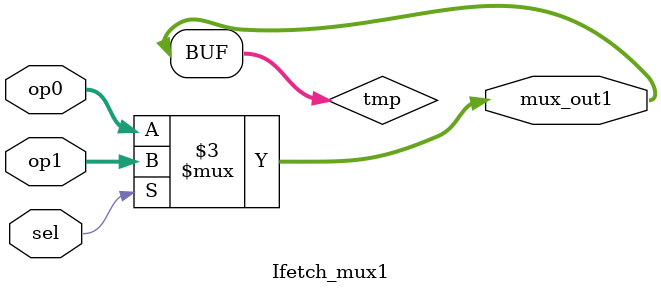
<source format=v>
`timescale 1ns / 1ps
module Ifetch_mux1(mux_out1, op0, op1, sel);
parameter B = 32; //data bits
output [B-1: 0] mux_out1;
input [B-1: 0] op0, op1;
input sel;
reg [B-1:0] tmp;
always @ (sel, op0, op1)
	if (sel) tmp = op1;
	else tmp = op0;
		assign mux_out1 = tmp;
endmodule

</source>
